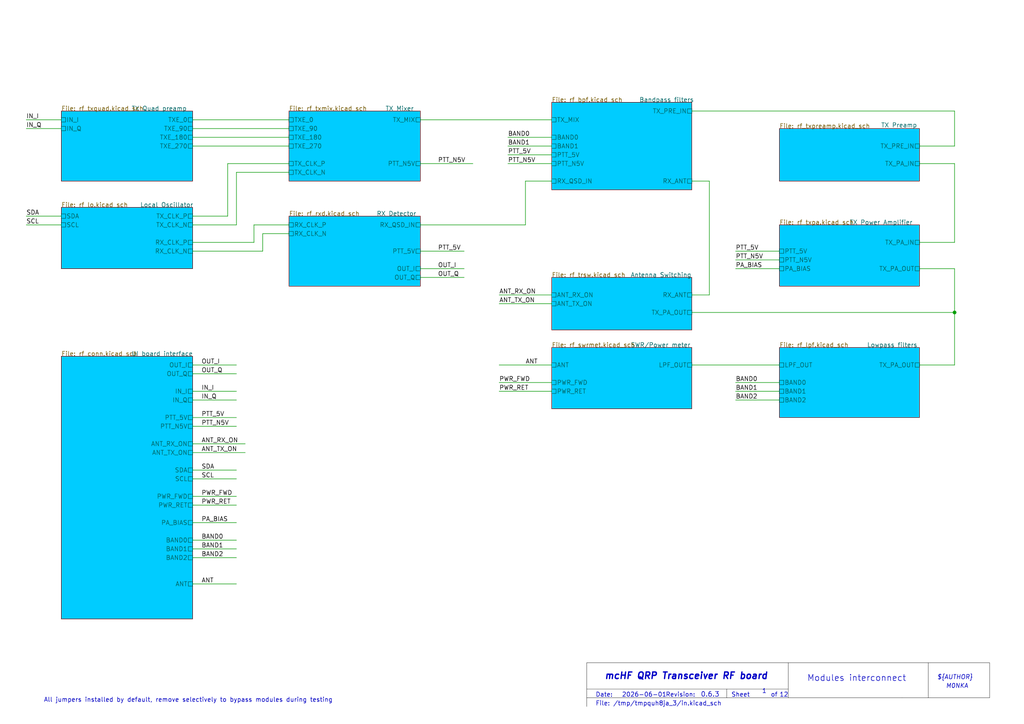
<source format=kicad_sch>
(kicad_sch
	(version 20231120)
	(generator "eeschema")
	(generator_version "8.0")
	(uuid "a1b3f9f8-c0a4-4050-a382-e461f772d39c")
	(paper "A4")
	(title_block
		(title "mcHF QRP Transceiver RF board")
		(rev "0.6.3")
		(company "M0NKA")
	)
	(lib_symbols)
	(junction
		(at 276.86 90.6272)
		(diameter 0)
		(color 0 0 0 0)
		(uuid "f986fd49-78ab-4bd6-97f7-1cc043b61ba4")
	)
	(wire
		(pts
			(xy 147.32 47.4472) (xy 160.02 47.4472)
		)
		(stroke
			(width 0)
			(type default)
		)
		(uuid "04c4397c-f1f1-46a1-8fa0-fe7528caa484")
	)
	(wire
		(pts
			(xy 213.36 116.0272) (xy 226.06 116.0272)
		)
		(stroke
			(width 0)
			(type default)
		)
		(uuid "054bca64-8337-43b3-bbc4-680c29ea691a")
	)
	(wire
		(pts
			(xy 121.92 72.8472) (xy 134.62 72.8472)
		)
		(stroke
			(width 0)
			(type default)
		)
		(uuid "05aa61f8-b383-4553-8402-cc82e09c286f")
	)
	(wire
		(pts
			(xy 144.78 113.4872) (xy 160.02 113.4872)
		)
		(stroke
			(width 0)
			(type default)
		)
		(uuid "06b0a7bb-9028-4017-a8ff-1b9cf6dc6dda")
	)
	(wire
		(pts
			(xy 121.92 34.7472) (xy 160.02 34.7472)
		)
		(stroke
			(width 0)
			(type default)
		)
		(uuid "06dcec04-47df-4a8d-a72a-2f243f4fe316")
	)
	(wire
		(pts
			(xy 55.88 39.8272) (xy 83.82 39.8272)
		)
		(stroke
			(width 0)
			(type default)
		)
		(uuid "13893000-939d-4594-aa85-a28364ac233b")
	)
	(wire
		(pts
			(xy 152.4 52.5272) (xy 152.4 65.2272)
		)
		(stroke
			(width 0)
			(type default)
		)
		(uuid "1607c298-e55f-4eeb-9f8d-41a000bb77e9")
	)
	(wire
		(pts
			(xy 160.02 52.5272) (xy 152.4 52.5272)
		)
		(stroke
			(width 0)
			(type default)
		)
		(uuid "1cdaba85-3056-4e42-9cf2-6381c5ffd016")
	)
	(wire
		(pts
			(xy 121.92 47.4472) (xy 137.16 47.4472)
		)
		(stroke
			(width 0)
			(type default)
		)
		(uuid "2175af88-7d4d-415a-b1c5-ab5739797375")
	)
	(wire
		(pts
			(xy 55.88 113.4872) (xy 68.58 113.4872)
		)
		(stroke
			(width 0)
			(type default)
		)
		(uuid "23f1b2c8-5321-4d1b-b18b-73588a357121")
	)
	(wire
		(pts
			(xy 68.58 49.9872) (xy 68.58 65.2272)
		)
		(stroke
			(width 0)
			(type default)
		)
		(uuid "242c2237-8cdd-4b2c-9e1c-bfa61d31d22d")
	)
	(wire
		(pts
			(xy 213.36 77.9272) (xy 226.06 77.9272)
		)
		(stroke
			(width 0)
			(type default)
		)
		(uuid "27ecbd0c-3d99-4741-a896-b95e572b2198")
	)
	(wire
		(pts
			(xy 205.74 85.5472) (xy 200.66 85.5472)
		)
		(stroke
			(width 0)
			(type default)
		)
		(uuid "2a94c50c-db3b-4cb4-970a-5d81df643d6a")
	)
	(wire
		(pts
			(xy 276.86 77.9272) (xy 276.86 90.6272)
		)
		(stroke
			(width 0)
			(type default)
		)
		(uuid "32f30e4a-e8b2-4861-8567-24783a0d2673")
	)
	(wire
		(pts
			(xy 147.32 39.8272) (xy 160.02 39.8272)
		)
		(stroke
			(width 0)
			(type default)
		)
		(uuid "38c3c5b3-088d-4228-87ae-e29165a33400")
	)
	(wire
		(pts
			(xy 55.88 146.5072) (xy 68.58 146.5072)
		)
		(stroke
			(width 0)
			(type default)
		)
		(uuid "3ab6a3aa-8bda-4ce1-8499-a92bd2907893")
	)
	(wire
		(pts
			(xy 55.88 161.7472) (xy 68.58 161.7472)
		)
		(stroke
			(width 0)
			(type default)
		)
		(uuid "3e925b73-4a84-4994-b6b2-9fdbe615b15f")
	)
	(wire
		(pts
			(xy 266.7 47.4472) (xy 276.86 47.4472)
		)
		(stroke
			(width 0)
			(type default)
		)
		(uuid "3f31fb23-a75e-4901-b456-fa1e368de9cb")
	)
	(wire
		(pts
			(xy 55.88 42.3672) (xy 83.82 42.3672)
		)
		(stroke
			(width 0)
			(type default)
		)
		(uuid "43a6d965-4293-4beb-a201-b268cf57e0cc")
	)
	(wire
		(pts
			(xy 55.88 121.1072) (xy 68.58 121.1072)
		)
		(stroke
			(width 0)
			(type default)
		)
		(uuid "50a5034e-3852-4e03-94e4-20974229555e")
	)
	(wire
		(pts
			(xy 76.2 72.8472) (xy 55.88 72.8472)
		)
		(stroke
			(width 0)
			(type default)
		)
		(uuid "51855e8f-9835-46cb-bb9c-5e1a23d56af2")
	)
	(wire
		(pts
			(xy 83.82 67.7672) (xy 76.2 67.7672)
		)
		(stroke
			(width 0)
			(type default)
		)
		(uuid "56f220cd-801b-471b-8e0a-5f9e6f60bdd4")
	)
	(polyline
		(pts
			(xy 269.24 192.2272) (xy 269.24 202.3872)
		)
		(stroke
			(width 0.0254)
			(type solid)
			(color 0 0 0 1)
		)
		(uuid "57bc0b88-24bc-4cb5-9e96-2eaacfcaf992")
	)
	(wire
		(pts
			(xy 55.88 62.6872) (xy 66.04 62.6872)
		)
		(stroke
			(width 0)
			(type default)
		)
		(uuid "581473a6-746a-4c65-9f6a-0dd4d0ecf359")
	)
	(wire
		(pts
			(xy 73.66 65.2272) (xy 83.82 65.2272)
		)
		(stroke
			(width 0)
			(type default)
		)
		(uuid "58e58330-fcb0-445d-9baf-38f553c52596")
	)
	(wire
		(pts
			(xy 276.86 32.2072) (xy 276.86 42.3672)
		)
		(stroke
			(width 0)
			(type default)
		)
		(uuid "6687dcc9-b453-42b7-a48e-847d29770559")
	)
	(wire
		(pts
			(xy 55.88 159.2072) (xy 68.58 159.2072)
		)
		(stroke
			(width 0)
			(type default)
		)
		(uuid "6973f34b-ef3f-4151-891e-be2eb203a57e")
	)
	(wire
		(pts
			(xy 55.88 131.2672) (xy 71.12 131.2672)
		)
		(stroke
			(width 0)
			(type default)
		)
		(uuid "6d230835-cf4c-476b-b690-e0114a6e95d6")
	)
	(wire
		(pts
			(xy 66.04 47.4472) (xy 83.82 47.4472)
		)
		(stroke
			(width 0)
			(type default)
		)
		(uuid "6da11b8c-b01a-457d-8864-6ade43ffcb5c")
	)
	(wire
		(pts
			(xy 276.86 42.3672) (xy 266.7 42.3672)
		)
		(stroke
			(width 0)
			(type default)
		)
		(uuid "70661ca2-4f83-427e-b2a8-24ff25488dd0")
	)
	(wire
		(pts
			(xy 144.78 105.8672) (xy 160.02 105.8672)
		)
		(stroke
			(width 0)
			(type default)
		)
		(uuid "72f0b876-ea2d-48fc-9a6f-053fae2da0b1")
	)
	(wire
		(pts
			(xy 7.62 34.7472) (xy 17.78 34.7472)
		)
		(stroke
			(width 0)
			(type default)
		)
		(uuid "748c3793-3823-495a-a08e-e55284786a8a")
	)
	(wire
		(pts
			(xy 55.88 105.8672) (xy 68.58 105.8672)
		)
		(stroke
			(width 0)
			(type default)
		)
		(uuid "7761170f-f892-443d-ab28-c2e437d71180")
	)
	(wire
		(pts
			(xy 55.88 143.9672) (xy 68.58 143.9672)
		)
		(stroke
			(width 0)
			(type default)
		)
		(uuid "7879370e-f8c4-4bab-8159-053bb3c0c286")
	)
	(polyline
		(pts
			(xy 287.02 202.3872) (xy 287.02 192.2272)
		)
		(stroke
			(width 0.0254)
			(type solid)
			(color 0 0 0 1)
		)
		(uuid "7b25a984-56d6-4632-b499-efb39844d04e")
	)
	(wire
		(pts
			(xy 200.66 52.5272) (xy 205.74 52.5272)
		)
		(stroke
			(width 0)
			(type default)
		)
		(uuid "7b9d93d6-f28a-4f3e-a06e-39857ba29847")
	)
	(wire
		(pts
			(xy 276.86 105.8672) (xy 266.7 105.8672)
		)
		(stroke
			(width 0)
			(type default)
		)
		(uuid "7ba45020-255c-451f-9c13-5b651ea421e9")
	)
	(wire
		(pts
			(xy 200.66 90.6272) (xy 276.86 90.6272)
		)
		(stroke
			(width 0)
			(type default)
		)
		(uuid "7f1f76f7-888d-47ce-9aba-3858f574e620")
	)
	(wire
		(pts
			(xy 213.36 113.4872) (xy 226.06 113.4872)
		)
		(stroke
			(width 0)
			(type default)
		)
		(uuid "80345f79-6b71-4a6c-ab1c-6faca8777f63")
	)
	(wire
		(pts
			(xy 144.78 110.9472) (xy 160.02 110.9472)
		)
		(stroke
			(width 0)
			(type default)
		)
		(uuid "80d26889-307c-473e-8ed1-20fa9862a497")
	)
	(polyline
		(pts
			(xy 261.62 202.3872) (xy 170.18 202.3872)
		)
		(stroke
			(width 0.0254)
			(type solid)
			(color 0 0 0 1)
		)
		(uuid "8388eccd-56f7-4c8a-8494-5c8ef669b0a7")
	)
	(wire
		(pts
			(xy 213.36 72.8472) (xy 226.06 72.8472)
		)
		(stroke
			(width 0)
			(type default)
		)
		(uuid "84a4139a-aab8-4988-b085-4334872dbaae")
	)
	(wire
		(pts
			(xy 55.88 34.7472) (xy 83.82 34.7472)
		)
		(stroke
			(width 0)
			(type default)
		)
		(uuid "85ae479c-300c-46a3-bad9-d9ef3e905084")
	)
	(wire
		(pts
			(xy 147.32 44.9072) (xy 160.02 44.9072)
		)
		(stroke
			(width 0)
			(type default)
		)
		(uuid "89e96032-1f04-4b85-bf31-bd9b50f792d5")
	)
	(polyline
		(pts
			(xy 170.18 199.8472) (xy 228.6 199.8472)
		)
		(stroke
			(width 0.0254)
			(type solid)
			(color 0 0 0 1)
		)
		(uuid "8d7ddef7-a03d-42a0-a8e3-497af3f7faa2")
	)
	(wire
		(pts
			(xy 55.88 37.2872) (xy 83.82 37.2872)
		)
		(stroke
			(width 0)
			(type default)
		)
		(uuid "93b15cd0-dd85-4ced-ab0f-928a3f707201")
	)
	(wire
		(pts
			(xy 55.88 151.5872) (xy 68.58 151.5872)
		)
		(stroke
			(width 0)
			(type default)
		)
		(uuid "978b7cef-3176-461f-b097-60f61561a92e")
	)
	(wire
		(pts
			(xy 213.36 75.3872) (xy 226.06 75.3872)
		)
		(stroke
			(width 0)
			(type default)
		)
		(uuid "9a548535-eb20-43fb-9e52-b94b439fa68d")
	)
	(wire
		(pts
			(xy 7.62 65.2272) (xy 17.78 65.2272)
		)
		(stroke
			(width 0)
			(type default)
		)
		(uuid "9a869231-7b35-4898-bbea-cb21c091afea")
	)
	(polyline
		(pts
			(xy 228.6 192.2272) (xy 228.6 202.3872)
		)
		(stroke
			(width 0.0254)
			(type solid)
			(color 0 0 0 1)
		)
		(uuid "9b44930a-30de-47bd-ab2f-575b8d09f066")
	)
	(wire
		(pts
			(xy 147.32 42.3672) (xy 160.02 42.3672)
		)
		(stroke
			(width 0)
			(type default)
		)
		(uuid "9d91122f-b2fc-4943-a14f-4cfe66f7c985")
	)
	(wire
		(pts
			(xy 152.4 65.2272) (xy 121.92 65.2272)
		)
		(stroke
			(width 0)
			(type default)
		)
		(uuid "a17352c4-8ff4-45c2-960c-9b8a247bd464")
	)
	(wire
		(pts
			(xy 66.04 62.6872) (xy 66.04 47.4472)
		)
		(stroke
			(width 0)
			(type default)
		)
		(uuid "a20920a2-4c36-4052-b339-9a0c1873a064")
	)
	(wire
		(pts
			(xy 55.88 138.8872) (xy 68.58 138.8872)
		)
		(stroke
			(width 0)
			(type default)
		)
		(uuid "a22d2158-adc9-4056-875b-453dcdf41b5f")
	)
	(polyline
		(pts
			(xy 287.02 192.2272) (xy 170.18 192.2272)
		)
		(stroke
			(width 0.0254)
			(type solid)
			(color 0 0 0 1)
		)
		(uuid "a2880c74-9b6c-4e27-a6ff-c14f75f979b1")
	)
	(wire
		(pts
			(xy 144.78 88.0872) (xy 160.02 88.0872)
		)
		(stroke
			(width 0)
			(type default)
		)
		(uuid "a4652e74-5e0a-4b74-8edd-43d7582f540d")
	)
	(wire
		(pts
			(xy 83.82 49.9872) (xy 68.58 49.9872)
		)
		(stroke
			(width 0)
			(type default)
		)
		(uuid "a5c2c0e4-1ed0-4f81-9f00-a6d73b8645fb")
	)
	(wire
		(pts
			(xy 276.86 70.3072) (xy 266.7 70.3072)
		)
		(stroke
			(width 0)
			(type default)
		)
		(uuid "a63826b4-85f6-42ae-98c1-0880108978a6")
	)
	(polyline
		(pts
			(xy 210.82 199.8472) (xy 210.82 202.3872)
		)
		(stroke
			(width 0.0254)
			(type solid)
			(color 0 0 0 1)
		)
		(uuid "ad713ccd-5b65-48ff-8dd3-07e42ab870d9")
	)
	(polyline
		(pts
			(xy 170.18 192.2272) (xy 170.18 204.9272)
		)
		(stroke
			(width 0.0254)
			(type solid)
			(color 0 0 0 1)
		)
		(uuid "af4193e8-2fe8-4bc5-8b9f-a3d83f05c51f")
	)
	(wire
		(pts
			(xy 7.62 37.2872) (xy 17.78 37.2872)
		)
		(stroke
			(width 0)
			(type default)
		)
		(uuid "b0223e79-41c0-4ae2-a2e8-5c67917df85e")
	)
	(wire
		(pts
			(xy 68.58 65.2272) (xy 55.88 65.2272)
		)
		(stroke
			(width 0)
			(type default)
		)
		(uuid "b1c80c59-6e68-4b7c-80ed-fb76f41e1247")
	)
	(wire
		(pts
			(xy 55.88 156.6672) (xy 68.58 156.6672)
		)
		(stroke
			(width 0)
			(type default)
		)
		(uuid "b20339d2-5177-4c7f-95ac-3bd1fff88acb")
	)
	(wire
		(pts
			(xy 205.74 52.5272) (xy 205.74 85.5472)
		)
		(stroke
			(width 0)
			(type default)
		)
		(uuid "b57b685a-da53-4b54-886f-718d5f5c4316")
	)
	(wire
		(pts
			(xy 55.88 136.3472) (xy 68.58 136.3472)
		)
		(stroke
			(width 0)
			(type default)
		)
		(uuid "babc71c1-0dce-4431-9866-5b6eeee68f75")
	)
	(wire
		(pts
			(xy 276.86 47.4472) (xy 276.86 70.3072)
		)
		(stroke
			(width 0)
			(type default)
		)
		(uuid "bad6bd30-c628-4fca-8f24-5eb380aa581a")
	)
	(polyline
		(pts
			(xy 261.62 202.3872) (xy 287.02 202.3872)
		)
		(stroke
			(width 0.0254)
			(type solid)
			(color 0 0 0 1)
		)
		(uuid "bae7aee8-6e0d-46b1-b110-fcf451b9319a")
	)
	(wire
		(pts
			(xy 55.88 128.7272) (xy 71.12 128.7272)
		)
		(stroke
			(width 0)
			(type default)
		)
		(uuid "bc5f87c4-9cd1-4bd1-9f20-0ac9a2f41872")
	)
	(wire
		(pts
			(xy 200.66 32.2072) (xy 276.86 32.2072)
		)
		(stroke
			(width 0)
			(type default)
		)
		(uuid "bd0abe19-92bc-4404-ba79-543ec1cb0483")
	)
	(wire
		(pts
			(xy 276.86 90.6272) (xy 276.86 105.8672)
		)
		(stroke
			(width 0)
			(type default)
		)
		(uuid "c7714315-b7f7-4a7e-874d-d201d4019519")
	)
	(wire
		(pts
			(xy 55.88 116.0272) (xy 68.58 116.0272)
		)
		(stroke
			(width 0)
			(type default)
		)
		(uuid "c96c5aa5-cab3-4e1b-9348-6dc2bd228f57")
	)
	(wire
		(pts
			(xy 73.66 70.3072) (xy 73.66 65.2272)
		)
		(stroke
			(width 0)
			(type default)
		)
		(uuid "cd36d8c6-31cd-4068-ae2d-8df4e05224cd")
	)
	(wire
		(pts
			(xy 200.66 105.8672) (xy 226.06 105.8672)
		)
		(stroke
			(width 0)
			(type default)
		)
		(uuid "d17f442a-f2ad-41cd-884f-283f7d94d6d2")
	)
	(wire
		(pts
			(xy 55.88 123.6472) (xy 68.58 123.6472)
		)
		(stroke
			(width 0)
			(type default)
		)
		(uuid "d20aaeeb-5ed7-41af-a64c-36e92e69d9b2")
	)
	(wire
		(pts
			(xy 55.88 169.3672) (xy 68.58 169.3672)
		)
		(stroke
			(width 0)
			(type default)
		)
		(uuid "d48c0793-46d3-4655-89cd-4c452bcda74f")
	)
	(wire
		(pts
			(xy 266.7 77.9272) (xy 276.86 77.9272)
		)
		(stroke
			(width 0)
			(type default)
		)
		(uuid "de36131c-eba4-4a6b-be85-d92a45732a54")
	)
	(wire
		(pts
			(xy 144.78 85.5472) (xy 160.02 85.5472)
		)
		(stroke
			(width 0)
			(type default)
		)
		(uuid "def8a905-4e91-4cb8-af79-1c7c64b40537")
	)
	(wire
		(pts
			(xy 55.88 70.3072) (xy 73.66 70.3072)
		)
		(stroke
			(width 0)
			(type default)
		)
		(uuid "ece75bd4-04e1-42f5-a260-d17a5e7016dd")
	)
	(wire
		(pts
			(xy 121.92 80.4672) (xy 134.62 80.4672)
		)
		(stroke
			(width 0)
			(type default)
		)
		(uuid "f01f7f90-4021-4af6-8133-9db8ce8bc77c")
	)
	(wire
		(pts
			(xy 55.88 108.4072) (xy 68.58 108.4072)
		)
		(stroke
			(width 0)
			(type default)
		)
		(uuid "f35fd380-2358-410b-baa5-009a716da4fa")
	)
	(wire
		(pts
			(xy 121.92 77.9272) (xy 134.62 77.9272)
		)
		(stroke
			(width 0)
			(type default)
		)
		(uuid "f62d3fbe-bf04-4d0f-805d-c0c7c28d3789")
	)
	(wire
		(pts
			(xy 76.2 67.7672) (xy 76.2 72.8472)
		)
		(stroke
			(width 0)
			(type default)
		)
		(uuid "f68df1fc-1bff-4e8f-a5c1-0b53619b51c0")
	)
	(wire
		(pts
			(xy 213.36 110.9472) (xy 226.06 110.9472)
		)
		(stroke
			(width 0)
			(type default)
		)
		(uuid "f7964033-c5bc-4fb9-9b6d-43d82f258d67")
	)
	(wire
		(pts
			(xy 7.62 62.6872) (xy 17.78 62.6872)
		)
		(stroke
			(width 0)
			(type default)
		)
		(uuid "fe2a80bd-19f7-4172-be0a-bfd0fb8ce283")
	)
	(text "of"
		(exclude_from_sim no)
		(at 223.52 202.3872 0)
		(effects
			(font
				(size 1.27 1.27)
			)
			(justify left bottom)
		)
		(uuid "03906b6d-ec0a-4802-9731-6a62b0fd4747")
	)
	(text "Date:"
		(exclude_from_sim no)
		(at 172.72 202.3872 0)
		(effects
			(font
				(size 1.27 1.27)
			)
			(justify left bottom)
		)
		(uuid "060f1b87-e711-4c6c-b183-66b9aa5464b1")
	)
	(text "${##}"
		(exclude_from_sim no)
		(at 226.06 202.3872 0)
		(effects
			(font
				(size 1.27 1.27)
			)
			(justify left bottom)
		)
		(uuid "1aabcb1f-d49b-4e7f-b2ba-68f0349afb3b")
	)
	(text "1"
		(exclude_from_sim no)
		(at 220.98 199.8472 0)
		(effects
			(font
				(size 1.27 1.27)
			)
			(justify left top)
		)
		(uuid "21b23bb3-852b-40ad-9572-0605f26f6965")
	)
	(text "${REVISION}"
		(exclude_from_sim no)
		(at 203.2 202.3872 0)
		(effects
			(font
				(size 1.397 1.397)
			)
			(justify left bottom)
		)
		(uuid "36eb053a-66ba-42d6-9ca8-3ca026866d3c")
	)
	(text "Revision:"
		(exclude_from_sim no)
		(at 193.04 202.3872 0)
		(effects
			(font
				(size 1.27 1.27)
			)
			(justify left bottom)
		)
		(uuid "3a41051a-cbca-42ab-bfb3-60ab0d08a03e")
	)
	(text "${COMPANY}"
		(exclude_from_sim no)
		(at 274.32 199.8472 0)
		(effects
			(font
				(size 1.27 1.27)
				(italic yes)
			)
			(justify left bottom)
		)
		(uuid "5e782cac-4f19-4d9c-aeb0-4ccc69aedc0c")
	)
	(text "Modules interconnect"
		(exclude_from_sim no)
		(at 262.89 195.7832 0)
		(effects
			(font
				(size 1.778 1.778)
			)
			(justify right top)
		)
		(uuid "6a25299d-c3e0-4d9c-a510-27a7f7104ce1")
	)
	(text "${TITLE}"
		(exclude_from_sim no)
		(at 175.26 197.3072 0)
		(effects
			(font
				(size 1.905 1.905)
				(thickness 0.381)
				(bold yes)
				(italic yes)
			)
			(justify left bottom)
		)
		(uuid "6da87f64-7d44-40f2-bd6a-8d55368a6403")
	)
	(text "Sheet"
		(exclude_from_sim no)
		(at 212.09 202.3872 0)
		(effects
			(font
				(size 1.27 1.27)
			)
			(justify left bottom)
		)
		(uuid "826110dc-5483-4646-83c3-66b802771dcb")
	)
	(text "File:"
		(exclude_from_sim no)
		(at 172.72 204.9272 0)
		(effects
			(font
				(size 1.27 1.27)
			)
			(justify left bottom)
		)
		(uuid "8e612fa9-e4b0-4ee5-b16b-231c38d5e56c")
	)
	(text "${CURRENT_DATE}"
		(exclude_from_sim no)
		(at 180.34 202.3872 0)
		(effects
			(font
				(size 1.27 1.27)
			)
			(justify left bottom)
		)
		(uuid "97b3a4dd-2bbc-4c3d-81f1-70682b401bc9")
	)
	(text "All jumpers installed by default, remove selectively to bypass modules during testing"
		(exclude_from_sim no)
		(at 96.52 202.3872 0)
		(effects
			(font
				(size 1.27 1.27)
			)
			(justify right top)
		)
		(uuid "abf21fdf-9141-45d6-b7f1-97d00ffd947c")
	)
	(text "${AUTHOR}"
		(exclude_from_sim no)
		(at 271.78 197.3072 0)
		(effects
			(font
				(size 1.27 1.27)
				(italic yes)
			)
			(justify left bottom)
		)
		(uuid "b8ddc154-b916-4519-b21d-90ba1b19f9a2")
	)
	(text "${FILEPATH}"
		(exclude_from_sim no)
		(at 177.8 204.9272 0)
		(effects
			(font
				(size 1.27 1.27)
			)
			(justify left bottom)
		)
		(uuid "e07fa92f-57ad-40fc-9c0c-e3cebd3b9863")
	)
	(label "ANT_TX_ON"
		(at 58.42 131.2672 0)
		(fields_autoplaced yes)
		(effects
			(font
				(size 1.27 1.27)
			)
			(justify left bottom)
		)
		(uuid "028705db-f612-4531-bf1f-ca0891cf1e13")
	)
	(label "OUT_I"
		(at 58.42 105.8672 0)
		(fields_autoplaced yes)
		(effects
			(font
				(size 1.27 1.27)
			)
			(justify left bottom)
		)
		(uuid "142fae05-1a84-402e-9f00-7673ffa6796c")
	)
	(label "ANT_RX_ON"
		(at 58.42 128.7272 0)
		(fields_autoplaced yes)
		(effects
			(font
				(size 1.27 1.27)
			)
			(justify left bottom)
		)
		(uuid "19ec93d6-a726-4ac0-8dfe-f4873aae858e")
	)
	(label "PWR_RET"
		(at 58.42 146.5072 0)
		(fields_autoplaced yes)
		(effects
			(font
				(size 1.27 1.27)
			)
			(justify left bottom)
		)
		(uuid "1a4e9194-d3b4-4d75-b36e-d39d3b4737db")
	)
	(label "PTT_5V"
		(at 58.42 121.1072 0)
		(fields_autoplaced yes)
		(effects
			(font
				(size 1.27 1.27)
			)
			(justify left bottom)
		)
		(uuid "27319324-8095-4a0c-9f63-66c4dfecf0c2")
	)
	(label "PA_BIAS"
		(at 213.36 77.9272 0)
		(fields_autoplaced yes)
		(effects
			(font
				(size 1.27 1.27)
			)
			(justify left bottom)
		)
		(uuid "2c2e4672-a645-472f-a565-0e5b55e30635")
	)
	(label "IN_Q"
		(at 58.42 116.0272 0)
		(fields_autoplaced yes)
		(effects
			(font
				(size 1.27 1.27)
			)
			(justify left bottom)
		)
		(uuid "3dcc69fc-979f-4465-b5a0-dc67db796b47")
	)
	(label "PTT_5V"
		(at 147.32 44.9072 0)
		(fields_autoplaced yes)
		(effects
			(font
				(size 1.27 1.27)
			)
			(justify left bottom)
		)
		(uuid "3e70fbaa-0419-4b1d-bf69-d19895c7d023")
	)
	(label "ANT"
		(at 152.4 105.8672 0)
		(fields_autoplaced yes)
		(effects
			(font
				(size 1.27 1.27)
			)
			(justify left bottom)
		)
		(uuid "439d18f9-4166-4cf1-9e3a-3113765162d8")
	)
	(label "PTT_N5V"
		(at 127 47.4472 0)
		(fields_autoplaced yes)
		(effects
			(font
				(size 1.27 1.27)
			)
			(justify left bottom)
		)
		(uuid "4cb22c5d-ba9f-495a-8a28-cdea93390a31")
	)
	(label "BAND0"
		(at 213.36 110.9472 0)
		(fields_autoplaced yes)
		(effects
			(font
				(size 1.27 1.27)
			)
			(justify left bottom)
		)
		(uuid "4cbc6653-15a2-4ba5-bd43-98da10e6d817")
	)
	(label "PTT_N5V"
		(at 213.36 75.3872 0)
		(fields_autoplaced yes)
		(effects
			(font
				(size 1.27 1.27)
			)
			(justify left bottom)
		)
		(uuid "59d4349b-4496-4f8c-9436-1c3309bb8570")
	)
	(label "BAND1"
		(at 147.32 42.3672 0)
		(fields_autoplaced yes)
		(effects
			(font
				(size 1.27 1.27)
			)
			(justify left bottom)
		)
		(uuid "5ba329ca-8582-4452-9c9a-87082fe555ef")
	)
	(label "OUT_Q"
		(at 127 80.4672 0)
		(fields_autoplaced yes)
		(effects
			(font
				(size 1.27 1.27)
			)
			(justify left bottom)
		)
		(uuid "5f7e2ee6-5099-4a0e-9237-845e455fa95d")
	)
	(label "PWR_FWD"
		(at 144.78 110.9472 0)
		(fields_autoplaced yes)
		(effects
			(font
				(size 1.27 1.27)
			)
			(justify left bottom)
		)
		(uuid "66459ae0-bb08-4dda-bd6b-9d1c807f0537")
	)
	(label "BAND1"
		(at 58.42 159.2072 0)
		(fields_autoplaced yes)
		(effects
			(font
				(size 1.27 1.27)
			)
			(justify left bottom)
		)
		(uuid "693419d0-8eeb-4c66-b8b7-00a49889ee2f")
	)
	(label "PTT_N5V"
		(at 147.32 47.4472 0)
		(fields_autoplaced yes)
		(effects
			(font
				(size 1.27 1.27)
			)
			(justify left bottom)
		)
		(uuid "747596c2-960b-4a94-8c56-be5be96b4db4")
	)
	(label "IN_I"
		(at 7.62 34.7472 0)
		(fields_autoplaced yes)
		(effects
			(font
				(size 1.27 1.27)
			)
			(justify left bottom)
		)
		(uuid "77d559c4-336c-4299-a578-09733649de86")
	)
	(label "IN_I"
		(at 58.42 113.4872 0)
		(fields_autoplaced yes)
		(effects
			(font
				(size 1.27 1.27)
			)
			(justify left bottom)
		)
		(uuid "7bccb72e-76da-4e55-bd09-ec4387d3cb85")
	)
	(label "ANT_TX_ON"
		(at 144.78 88.0872 0)
		(fields_autoplaced yes)
		(effects
			(font
				(size 1.27 1.27)
			)
			(justify left bottom)
		)
		(uuid "8185c215-3031-4aa2-b49a-c118b829e9ea")
	)
	(label "ANT_RX_ON"
		(at 144.78 85.5472 0)
		(fields_autoplaced yes)
		(effects
			(font
				(size 1.27 1.27)
			)
			(justify left bottom)
		)
		(uuid "8ff09602-c0ed-41fb-877f-0bd070bd9842")
	)
	(label "PTT_5V"
		(at 127 72.8472 0)
		(fields_autoplaced yes)
		(effects
			(font
				(size 1.27 1.27)
			)
			(justify left bottom)
		)
		(uuid "9259c560-bc2e-44fe-9b86-426639cd789d")
	)
	(label "PA_BIAS"
		(at 58.42 151.5872 0)
		(fields_autoplaced yes)
		(effects
			(font
				(size 1.27 1.27)
			)
			(justify left bottom)
		)
		(uuid "931057e7-993f-4b1f-b448-5f16ce16d16d")
	)
	(label "BAND2"
		(at 213.36 116.0272 0)
		(fields_autoplaced yes)
		(effects
			(font
				(size 1.27 1.27)
			)
			(justify left bottom)
		)
		(uuid "9c666d1d-1d6b-4bd9-98cb-7d1193ade70a")
	)
	(label "OUT_Q"
		(at 58.42 108.4072 0)
		(fields_autoplaced yes)
		(effects
			(font
				(size 1.27 1.27)
			)
			(justify left bottom)
		)
		(uuid "9c6c5cbc-68dc-4e78-81e8-a05316accbc0")
	)
	(label "BAND2"
		(at 58.42 161.7472 0)
		(fields_autoplaced yes)
		(effects
			(font
				(size 1.27 1.27)
			)
			(justify left bottom)
		)
		(uuid "a226b5c3-e7eb-416a-9021-6332291151ab")
	)
	(label "SCL"
		(at 58.42 138.8872 0)
		(fields_autoplaced yes)
		(effects
			(font
				(size 1.27 1.27)
			)
			(justify left bottom)
		)
		(uuid "a6970e88-fcd5-4025-970e-f688d3920685")
	)
	(label "OUT_I"
		(at 127 77.9272 0)
		(fields_autoplaced yes)
		(effects
			(font
				(size 1.27 1.27)
			)
			(justify left bottom)
		)
		(uuid "b2226d5f-d6fe-4a07-bfc4-8a9f11bda9d9")
	)
	(label "BAND0"
		(at 147.32 39.8272 0)
		(fields_autoplaced yes)
		(effects
			(font
				(size 1.27 1.27)
			)
			(justify left bottom)
		)
		(uuid "b6d168bf-df31-4ae1-ac35-cf9c5dc71889")
	)
	(label "PTT_5V"
		(at 213.36 72.8472 0)
		(fields_autoplaced yes)
		(effects
			(font
				(size 1.27 1.27)
			)
			(justify left bottom)
		)
		(uuid "bbf8351f-cde5-4ab4-9f45-d80838eea2de")
	)
	(label "PWR_FWD"
		(at 58.42 143.9672 0)
		(fields_autoplaced yes)
		(effects
			(font
				(size 1.27 1.27)
			)
			(justify left bottom)
		)
		(uuid "c3f732bd-cf56-410c-92f0-cbc8981e5a9d")
	)
	(label "SCL"
		(at 7.62 65.2272 0)
		(fields_autoplaced yes)
		(effects
			(font
				(size 1.27 1.27)
			)
			(justify left bottom)
		)
		(uuid "c48d1ce3-2e59-4ae0-ac14-f6306e99258a")
	)
	(label "ANT"
		(at 58.42 169.3672 0)
		(fields_autoplaced yes)
		(effects
			(font
				(size 1.27 1.27)
			)
			(justify left bottom)
		)
		(uuid "c91ce401-9f5d-47ac-ad6a-bd0d19528e79")
	)
	(label "SDA"
		(at 58.42 136.3472 0)
		(fields_autoplaced yes)
		(effects
			(font
				(size 1.27 1.27)
			)
			(justify left bottom)
		)
		(uuid "ca337d5b-417c-4357-8f5f-d268633d56c0")
	)
	(label "BAND1"
		(at 213.36 113.4872 0)
		(fields_autoplaced yes)
		(effects
			(font
				(size 1.27 1.27)
			)
			(justify left bottom)
		)
		(uuid "d17d558b-6b4b-4ac6-a314-f4c526d9b799")
	)
	(label "PWR_RET"
		(at 144.78 113.4872 0)
		(fields_autoplaced yes)
		(effects
			(font
				(size 1.27 1.27)
			)
			(justify left bottom)
		)
		(uuid "dd469b02-a0af-408b-8b97-70e7bed8dc3b")
	)
	(label "PTT_N5V"
		(at 58.42 123.6472 0)
		(fields_autoplaced yes)
		(effects
			(font
				(size 1.27 1.27)
			)
			(justify left bottom)
		)
		(uuid "e5fbcd33-6aa6-465a-ab7e-dbec246ca970")
	)
	(label "IN_Q"
		(at 7.62 37.2872 0)
		(fields_autoplaced yes)
		(effects
			(font
				(size 1.27 1.27)
			)
			(justify left bottom)
		)
		(uuid "e79cd33f-4484-41a1-b7d1-38704bfbd795")
	)
	(label "BAND0"
		(at 58.42 156.6672 0)
		(fields_autoplaced yes)
		(effects
			(font
				(size 1.27 1.27)
			)
			(justify left bottom)
		)
		(uuid "ebfcf92d-2831-49cc-9d1e-1ba4f8e7a784")
	)
	(label "SDA"
		(at 7.62 62.6872 0)
		(fields_autoplaced yes)
		(effects
			(font
				(size 1.27 1.27)
			)
			(justify left bottom)
		)
		(uuid "f871c181-1a6a-446b-8371-d1eed89e225a")
	)
	(sheet
		(at 83.82 62.6872)
		(size 38.1 20.32)
		(fields_autoplaced yes)
		(stroke
			(width 0)
			(type solid)
			(color 128 0 0 1)
		)
		(fill
			(color 0 204 255 1.0000)
		)
		(uuid "1c35d8f2-e6fe-40d7-b603-a62cf11ad481")
		(property "Sheetname" "RX Detector"
			(at 109.22 62.6872 0)
			(effects
				(font
					(size 1.27 1.27)
				)
				(justify left bottom)
			)
		)
		(property "Sheetfile" "rf_rxd.kicad_sch"
			(at 83.82 62.6872 0)
			(effects
				(font
					(size 1.27 1.27)
				)
				(justify left bottom)
			)
		)
		(pin "RX_QSD_IN" passive
			(at 121.92 65.2272 0)
			(effects
				(font
					(size 1.27 1.27)
				)
				(justify right)
			)
			(uuid "ee018f69-5667-4c89-aed0-059d28571225")
		)
		(pin "OUT_I" passive
			(at 121.92 77.9272 0)
			(effects
				(font
					(size 1.27 1.27)
				)
				(justify right)
			)
			(uuid "8d2c863e-ec2a-469b-af8a-5adfae75145f")
		)
		(pin "OUT_Q" passive
			(at 121.92 80.4672 0)
			(effects
				(font
					(size 1.27 1.27)
				)
				(justify right)
			)
			(uuid "9a860c6f-e9c9-4cad-a588-0b218b01ec78")
		)
		(pin "PTT_5V" passive
			(at 121.92 72.8472 0)
			(effects
				(font
					(size 1.27 1.27)
				)
				(justify right)
			)
			(uuid "c64d5f65-accb-48ca-90b4-b1bbf4e9d800")
		)
		(pin "RX_CLK_N" passive
			(at 83.82 67.7672 180)
			(effects
				(font
					(size 1.27 1.27)
				)
				(justify left)
			)
			(uuid "8109fb5a-0ef9-4870-a1bd-b858648af256")
		)
		(pin "RX_CLK_P" passive
			(at 83.82 65.2272 180)
			(effects
				(font
					(size 1.27 1.27)
				)
				(justify left)
			)
			(uuid "4dd12f7a-5064-41b5-9b8a-1e75cdcd5b12")
		)
		(instances
			(project "rf_main"
				(path "/a1b3f9f8-c0a4-4050-a382-e461f772d39c"
					(page "6")
				)
			)
		)
	)
	(sheet
		(at 17.78 103.3272)
		(size 38.1 76.2)
		(fields_autoplaced yes)
		(stroke
			(width 0)
			(type solid)
			(color 128 0 0 1)
		)
		(fill
			(color 0 204 255 1.0000)
		)
		(uuid "29ee8d53-8272-412d-a0b2-894aae55c08b")
		(property "Sheetname" "UI board interface"
			(at 38.1 103.3272 0)
			(effects
				(font
					(size 1.27 1.27)
				)
				(justify left bottom)
			)
		)
		(property "Sheetfile" "rf_conn.kicad_sch"
			(at 17.78 103.3272 0)
			(effects
				(font
					(size 1.27 1.27)
				)
				(justify left bottom)
			)
		)
		(pin "OUT_I" passive
			(at 55.88 105.8672 0)
			(effects
				(font
					(size 1.27 1.27)
				)
				(justify right)
			)
			(uuid "55ec81f7-797b-4feb-a1c8-f2975458aa37")
		)
		(pin "OUT_Q" passive
			(at 55.88 108.4072 0)
			(effects
				(font
					(size 1.27 1.27)
				)
				(justify right)
			)
			(uuid "11d39688-55d9-4351-91b9-7d15d8142159")
		)
		(pin "IN_I" passive
			(at 55.88 113.4872 0)
			(effects
				(font
					(size 1.27 1.27)
				)
				(justify right)
			)
			(uuid "5c08cd59-2d53-438e-abb8-3f002c9177a2")
		)
		(pin "IN_Q" passive
			(at 55.88 116.0272 0)
			(effects
				(font
					(size 1.27 1.27)
				)
				(justify right)
			)
			(uuid "e3641fc1-a718-4d9f-b4b1-b65daedb700a")
		)
		(pin "PTT_5V" passive
			(at 55.88 121.1072 0)
			(effects
				(font
					(size 1.27 1.27)
				)
				(justify right)
			)
			(uuid "1579664f-fa04-4031-bd81-237bbc8d84ef")
		)
		(pin "PTT_N5V" passive
			(at 55.88 123.6472 0)
			(effects
				(font
					(size 1.27 1.27)
				)
				(justify right)
			)
			(uuid "56451805-be3b-466c-ade2-c82113098e8a")
		)
		(pin "SDA" passive
			(at 55.88 136.3472 0)
			(effects
				(font
					(size 1.27 1.27)
				)
				(justify right)
			)
			(uuid "428cf5b5-e920-4938-9a7d-dd09d9c2c6a3")
		)
		(pin "SCL" passive
			(at 55.88 138.8872 0)
			(effects
				(font
					(size 1.27 1.27)
				)
				(justify right)
			)
			(uuid "0413af28-c873-482e-a335-b0467484ee35")
		)
		(pin "PWR_FWD" passive
			(at 55.88 143.9672 0)
			(effects
				(font
					(size 1.27 1.27)
				)
				(justify right)
			)
			(uuid "8e5c907a-4e30-41a3-b13a-024d2c4e377b")
		)
		(pin "PWR_RET" passive
			(at 55.88 146.5072 0)
			(effects
				(font
					(size 1.27 1.27)
				)
				(justify right)
			)
			(uuid "a924fbdd-f9d6-4565-89ef-3f411c6687d6")
		)
		(pin "PA_BIAS" passive
			(at 55.88 151.5872 0)
			(effects
				(font
					(size 1.27 1.27)
				)
				(justify right)
			)
			(uuid "5e47cbb5-06f2-439d-8ddc-e00eb8e48e55")
		)
		(pin "BAND0" passive
			(at 55.88 156.6672 0)
			(effects
				(font
					(size 1.27 1.27)
				)
				(justify right)
			)
			(uuid "b1643c26-a4a8-4f1c-be96-d8ae473466b0")
		)
		(pin "BAND1" passive
			(at 55.88 159.2072 0)
			(effects
				(font
					(size 1.27 1.27)
				)
				(justify right)
			)
			(uuid "9fa36eb3-3429-409a-b1e6-d98e55db8131")
		)
		(pin "ANT" passive
			(at 55.88 169.3672 0)
			(effects
				(font
					(size 1.27 1.27)
				)
				(justify right)
			)
			(uuid "ff12ae96-5c59-4f96-a24a-623012f8d726")
		)
		(pin "BAND2" passive
			(at 55.88 161.7472 0)
			(effects
				(font
					(size 1.27 1.27)
				)
				(justify right)
			)
			(uuid "09263661-9be4-40ba-965d-c98a98ac7cbf")
		)
		(pin "ANT_RX_ON" passive
			(at 55.88 128.7272 0)
			(effects
				(font
					(size 1.27 1.27)
				)
				(justify right)
			)
			(uuid "d51ea4ea-becb-41a6-8fb5-0ed753a08d68")
		)
		(pin "ANT_TX_ON" passive
			(at 55.88 131.2672 0)
			(effects
				(font
					(size 1.27 1.27)
				)
				(justify right)
			)
			(uuid "645095b6-3768-4607-95d4-19129e68350b")
		)
		(instances
			(project "rf_main"
				(path "/a1b3f9f8-c0a4-4050-a382-e461f772d39c"
					(page "3")
				)
			)
		)
	)
	(sheet
		(at 160.02 29.6672)
		(size 40.64 25.4)
		(fields_autoplaced yes)
		(stroke
			(width 0)
			(type solid)
			(color 128 0 0 1)
		)
		(fill
			(color 0 204 255 1.0000)
		)
		(uuid "2eee4474-83e3-48e7-99a4-e94f1466c66d")
		(property "Sheetname" "Bandpass filters"
			(at 185.42 29.6672 0)
			(effects
				(font
					(size 1.27 1.27)
				)
				(justify left bottom)
			)
		)
		(property "Sheetfile" "rf_bpf.kicad_sch"
			(at 160.02 29.6672 0)
			(effects
				(font
					(size 1.27 1.27)
				)
				(justify left bottom)
			)
		)
		(pin "RX_QSD_IN" passive
			(at 160.02 52.5272 180)
			(effects
				(font
					(size 1.27 1.27)
				)
				(justify left)
			)
			(uuid "8ba62d97-36ea-4f63-8640-9c0e78533409")
		)
		(pin "BAND0" passive
			(at 160.02 39.8272 180)
			(effects
				(font
					(size 1.27 1.27)
				)
				(justify left)
			)
			(uuid "a3d30839-5721-4fb4-a69f-0329313d0a00")
		)
		(pin "BAND1" passive
			(at 160.02 42.3672 180)
			(effects
				(font
					(size 1.27 1.27)
				)
				(justify left)
			)
			(uuid "25e6b711-763c-430a-a711-e6f6a03c8c55")
		)
		(pin "PTT_5V" passive
			(at 160.02 44.9072 180)
			(effects
				(font
					(size 1.27 1.27)
				)
				(justify left)
			)
			(uuid "f05623c2-172f-430c-9eeb-d04f1b73224b")
		)
		(pin "RX_ANT" passive
			(at 200.66 52.5272 0)
			(effects
				(font
					(size 1.27 1.27)
				)
				(justify right)
			)
			(uuid "8f4e04a6-9608-4d9f-92c9-ea512ad6288b")
		)
		(pin "TX_MIX" passive
			(at 160.02 34.7472 180)
			(effects
				(font
					(size 1.27 1.27)
				)
				(justify left)
			)
			(uuid "fe5fe524-58b1-4ab6-a82e-812cc85ca234")
		)
		(pin "TX_PRE_IN" passive
			(at 200.66 32.2072 0)
			(effects
				(font
					(size 1.27 1.27)
				)
				(justify right)
			)
			(uuid "fc03458e-6b16-4e29-8001-a54738da2697")
		)
		(pin "PTT_N5V" passive
			(at 160.02 47.4472 180)
			(effects
				(font
					(size 1.27 1.27)
				)
				(justify left)
			)
			(uuid "ae69670b-b639-44f1-a494-0ae3fad03c94")
		)
		(instances
			(project "rf_main"
				(path "/a1b3f9f8-c0a4-4050-a382-e461f772d39c"
					(page "2")
				)
			)
		)
	)
	(sheet
		(at 160.02 100.7872)
		(size 40.64 17.78)
		(fields_autoplaced yes)
		(stroke
			(width 0)
			(type solid)
			(color 128 0 0 1)
		)
		(fill
			(color 0 204 255 1.0000)
		)
		(uuid "3b5b5153-8264-49dd-8e95-95b8b5b9dba9")
		(property "Sheetname" "SWR/Power meter"
			(at 182.88 100.7872 0)
			(effects
				(font
					(size 1.27 1.27)
				)
				(justify left bottom)
			)
		)
		(property "Sheetfile" "rf_swrmet.kicad_sch"
			(at 160.02 100.7872 0)
			(effects
				(font
					(size 1.27 1.27)
				)
				(justify left bottom)
			)
		)
		(pin "ANT" passive
			(at 160.02 105.8672 180)
			(effects
				(font
					(size 1.27 1.27)
				)
				(justify left)
			)
			(uuid "e95475dc-265b-4950-900d-32dafce5d9fc")
		)
		(pin "LPF_OUT" passive
			(at 200.66 105.8672 0)
			(effects
				(font
					(size 1.27 1.27)
				)
				(justify right)
			)
			(uuid "d94209aa-e0ef-4be5-91a2-f5ec7c943d6d")
		)
		(pin "PWR_FWD" passive
			(at 160.02 110.9472 180)
			(effects
				(font
					(size 1.27 1.27)
				)
				(justify left)
			)
			(uuid "26091af8-2723-402c-98eb-1cb54b10f9d2")
		)
		(pin "PWR_RET" passive
			(at 160.02 113.4872 180)
			(effects
				(font
					(size 1.27 1.27)
				)
				(justify left)
			)
			(uuid "0fe4330d-5449-45dd-a3e6-4f65a5a1428f")
		)
		(instances
			(project "rf_main"
				(path "/a1b3f9f8-c0a4-4050-a382-e461f772d39c"
					(page "12")
				)
			)
		)
	)
	(sheet
		(at 17.78 32.2072)
		(size 38.1 20.32)
		(fields_autoplaced yes)
		(stroke
			(width 0)
			(type solid)
			(color 128 0 0 1)
		)
		(fill
			(color 0 204 255 1.0000)
		)
		(uuid "516799e1-4431-41f0-8235-ccf4156b7843")
		(property "Sheetname" "TX Quad preamp"
			(at 38.1 32.2072 0)
			(effects
				(font
					(size 1.27 1.27)
				)
				(justify left bottom)
			)
		)
		(property "Sheetfile" "rf_txquad.kicad_sch"
			(at 17.78 32.2072 0)
			(effects
				(font
					(size 1.27 1.27)
				)
				(justify left bottom)
			)
		)
		(pin "IN_I" passive
			(at 17.78 34.7472 180)
			(effects
				(font
					(size 1.27 1.27)
				)
				(justify left)
			)
			(uuid "97e27314-8a16-4b74-99ca-7b2184729f4c")
		)
		(pin "IN_Q" passive
			(at 17.78 37.2872 180)
			(effects
				(font
					(size 1.27 1.27)
				)
				(justify left)
			)
			(uuid "8eddf85f-2f08-4a76-ab42-c32b26e8e3f1")
		)
		(pin "TXE_0" passive
			(at 55.88 34.7472 0)
			(effects
				(font
					(size 1.27 1.27)
				)
				(justify right)
			)
			(uuid "46ccbd44-f990-4bfb-88d0-4a61b46b1d00")
		)
		(pin "TXE_90" passive
			(at 55.88 37.2872 0)
			(effects
				(font
					(size 1.27 1.27)
				)
				(justify right)
			)
			(uuid "7815d8e9-3c78-4776-bee6-3cee6ec03235")
		)
		(pin "TXE_180" passive
			(at 55.88 39.8272 0)
			(effects
				(font
					(size 1.27 1.27)
				)
				(justify right)
			)
			(uuid "55c1035c-3a9f-4f01-ab64-ad38f8ccde7d")
		)
		(pin "TXE_270" passive
			(at 55.88 42.3672 0)
			(effects
				(font
					(size 1.27 1.27)
				)
				(justify right)
			)
			(uuid "9f5e6f7e-9272-4499-9b8a-20080f548aeb")
		)
		(instances
			(project "rf_main"
				(path "/a1b3f9f8-c0a4-4050-a382-e461f772d39c"
					(page "10")
				)
			)
		)
	)
	(sheet
		(at 17.78 60.1472)
		(size 38.1 17.78)
		(fields_autoplaced yes)
		(stroke
			(width 0)
			(type solid)
			(color 128 0 0 1)
		)
		(fill
			(color 0 204 255 1.0000)
		)
		(uuid "66aa9ca3-517d-4077-bedc-3ead42bfc157")
		(property "Sheetname" "Local Oscillator"
			(at 40.64 60.1472 0)
			(effects
				(font
					(size 1.27 1.27)
				)
				(justify left bottom)
			)
		)
		(property "Sheetfile" "rf_lo.kicad_sch"
			(at 17.78 60.1472 0)
			(effects
				(font
					(size 1.27 1.27)
				)
				(justify left bottom)
			)
		)
		(pin "SDA" passive
			(at 17.78 62.6872 180)
			(effects
				(font
					(size 1.27 1.27)
				)
				(justify left)
			)
			(uuid "1dae4ef0-8d50-4278-b087-072d7d299bdd")
		)
		(pin "SCL" passive
			(at 17.78 65.2272 180)
			(effects
				(font
					(size 1.27 1.27)
				)
				(justify left)
			)
			(uuid "6a785d01-1f51-4d4f-9eed-b378d89b5846")
		)
		(pin "RX_CLK_N" passive
			(at 55.88 72.8472 0)
			(effects
				(font
					(size 1.27 1.27)
				)
				(justify right)
			)
			(uuid "5c6037d0-cb2d-4bdf-aedc-1c7018ae65a1")
		)
		(pin "RX_CLK_P" passive
			(at 55.88 70.3072 0)
			(effects
				(font
					(size 1.27 1.27)
				)
				(justify right)
			)
			(uuid "5956a91b-f464-4481-a083-42c0b3c6f9a7")
		)
		(pin "TX_CLK_P" passive
			(at 55.88 62.6872 0)
			(effects
				(font
					(size 1.27 1.27)
				)
				(justify right)
			)
			(uuid "51c96217-8fbe-42a6-ba3f-7aca4b4a37d9")
		)
		(pin "TX_CLK_N" passive
			(at 55.88 65.2272 0)
			(effects
				(font
					(size 1.27 1.27)
				)
				(justify right)
			)
			(uuid "d239dda3-51a6-4636-8a0e-cc78af320b4a")
		)
		(instances
			(project "rf_main"
				(path "/a1b3f9f8-c0a4-4050-a382-e461f772d39c"
					(page "4")
				)
			)
		)
	)
	(sheet
		(at 160.02 80.4672)
		(size 40.64 15.24)
		(fields_autoplaced yes)
		(stroke
			(width 0)
			(type solid)
			(color 128 0 0 1)
		)
		(fill
			(color 0 204 255 1.0000)
		)
		(uuid "7f7dd8bc-6f8a-4ed2-bc33-531d1538dbb1")
		(property "Sheetname" "Antenna Switching"
			(at 182.88 80.4672 0)
			(effects
				(font
					(size 1.27 1.27)
				)
				(justify left bottom)
			)
		)
		(property "Sheetfile" "rf_trsw.kicad_sch"
			(at 160.02 80.4672 0)
			(effects
				(font
					(size 1.27 1.27)
				)
				(justify left bottom)
			)
		)
		(pin "RX_ANT" passive
			(at 200.66 85.5472 0)
			(effects
				(font
					(size 1.27 1.27)
				)
				(justify right)
			)
			(uuid "cf9fabaf-1caa-442c-ab7e-4addda19f654")
		)
		(pin "ANT_RX_ON" passive
			(at 160.02 85.5472 180)
			(effects
				(font
					(size 1.27 1.27)
				)
				(justify left)
			)
			(uuid "fb45cb6d-a3b3-47c9-a5c9-b9270184f046")
		)
		(pin "ANT_TX_ON" passive
			(at 160.02 88.0872 180)
			(effects
				(font
					(size 1.27 1.27)
				)
				(justify left)
			)
			(uuid "9d036fc9-d8a2-434b-9c7c-52d3ac761b0a")
		)
		(pin "TX_PA_OUT" passive
			(at 200.66 90.6272 0)
			(effects
				(font
					(size 1.27 1.27)
				)
				(justify right)
			)
			(uuid "bdb21e9c-257e-4f8f-8e97-342959f0ca15")
		)
		(instances
			(project "rf_main"
				(path "/a1b3f9f8-c0a4-4050-a382-e461f772d39c"
					(page "7")
				)
			)
		)
	)
	(sheet
		(at 83.82 32.2072)
		(size 38.1 20.32)
		(fields_autoplaced yes)
		(stroke
			(width 0)
			(type solid)
			(color 128 0 0 1)
		)
		(fill
			(color 0 204 255 1.0000)
		)
		(uuid "df3803f4-3df0-4777-85ef-72be945587cf")
		(property "Sheetname" "TX Mixer"
			(at 111.76 32.2072 0)
			(effects
				(font
					(size 1.27 1.27)
				)
				(justify left bottom)
			)
		)
		(property "Sheetfile" "rf_txmix.kicad_sch"
			(at 83.82 32.2072 0)
			(effects
				(font
					(size 1.27 1.27)
				)
				(justify left bottom)
			)
		)
		(pin "PTT_N5V" passive
			(at 121.92 47.4472 0)
			(effects
				(font
					(size 1.27 1.27)
				)
				(justify right)
			)
			(uuid "9fb182eb-715e-4663-9bbc-be2850e89496")
		)
		(pin "TX_MIX" passive
			(at 121.92 34.7472 0)
			(effects
				(font
					(size 1.27 1.27)
				)
				(justify right)
			)
			(uuid "d4762c64-28da-4438-bb0e-fb547442ee05")
		)
		(pin "TXE_270" passive
			(at 83.82 42.3672 180)
			(effects
				(font
					(size 1.27 1.27)
				)
				(justify left)
			)
			(uuid "166b2e26-98ed-4416-ba7b-dce467710c16")
		)
		(pin "TXE_180" passive
			(at 83.82 39.8272 180)
			(effects
				(font
					(size 1.27 1.27)
				)
				(justify left)
			)
			(uuid "72e79b5e-ae94-4229-8378-be4d66f34719")
		)
		(pin "TXE_90" passive
			(at 83.82 37.2872 180)
			(effects
				(font
					(size 1.27 1.27)
				)
				(justify left)
			)
			(uuid "eda1a007-8742-4aa2-9330-172adf705140")
		)
		(pin "TXE_0" passive
			(at 83.82 34.7472 180)
			(effects
				(font
					(size 1.27 1.27)
				)
				(justify left)
			)
			(uuid "3a964aab-798d-476b-be92-8c5e7d8c57cc")
		)
		(pin "TX_CLK_P" passive
			(at 83.82 47.4472 180)
			(effects
				(font
					(size 1.27 1.27)
				)
				(justify left)
			)
			(uuid "14a5dd44-9660-4098-988a-5ccdc89da2e8")
		)
		(pin "TX_CLK_N" passive
			(at 83.82 49.9872 180)
			(effects
				(font
					(size 1.27 1.27)
				)
				(justify left)
			)
			(uuid "01c9bd7f-2be0-4eee-9547-cc69440ba3ae")
		)
		(instances
			(project "rf_main"
				(path "/a1b3f9f8-c0a4-4050-a382-e461f772d39c"
					(page "8")
				)
			)
		)
	)
	(sheet
		(at 226.06 37.2872)
		(size 40.64 15.24)
		(fields_autoplaced yes)
		(stroke
			(width 0)
			(type solid)
			(color 128 0 0 1)
		)
		(fill
			(color 0 204 255 1.0000)
		)
		(uuid "e8c44d8c-dde2-415e-b04d-a986a511572c")
		(property "Sheetname" "TX Preamp"
			(at 255.524 37.0332 0)
			(effects
				(font
					(size 1.27 1.27)
				)
				(justify left bottom)
			)
		)
		(property "Sheetfile" "rf_txpreamp.kicad_sch"
			(at 226.06 37.2872 0)
			(effects
				(font
					(size 1.27 1.27)
				)
				(justify left bottom)
			)
		)
		(pin "TX_PRE_IN" passive
			(at 266.7 42.3672 0)
			(effects
				(font
					(size 1.27 1.27)
				)
				(justify right)
			)
			(uuid "37622e9a-6e7a-4543-ad32-507a9ccb92d4")
		)
		(pin "TX_PA_IN" passive
			(at 266.7 47.4472 0)
			(effects
				(font
					(size 1.27 1.27)
				)
				(justify right)
			)
			(uuid "b935576f-c40e-4fc1-89a5-e6ce9cb65eba")
		)
		(instances
			(project "rf_main"
				(path "/a1b3f9f8-c0a4-4050-a382-e461f772d39c"
					(page "11")
				)
			)
		)
	)
	(sheet
		(at 226.06 65.2272)
		(size 40.64 17.78)
		(fields_autoplaced yes)
		(stroke
			(width 0)
			(type solid)
			(color 128 0 0 1)
		)
		(fill
			(color 0 204 255 1.0000)
		)
		(uuid "f4ee97b4-468d-4f29-b0ce-1b2f363e2b4a")
		(property "Sheetname" "TX Power Amplifier"
			(at 246.38 65.2272 0)
			(effects
				(font
					(size 1.27 1.27)
				)
				(justify left bottom)
			)
		)
		(property "Sheetfile" "rf_txpa.kicad_sch"
			(at 226.06 65.2272 0)
			(effects
				(font
					(size 1.27 1.27)
				)
				(justify left bottom)
			)
		)
		(pin "TX_PA_IN" passive
			(at 266.7 70.3072 0)
			(effects
				(font
					(size 1.27 1.27)
				)
				(justify right)
			)
			(uuid "a211393a-1463-4d23-a6c1-8da00946d04f")
		)
		(pin "PA_BIAS" passive
			(at 226.06 77.9272 180)
			(effects
				(font
					(size 1.27 1.27)
				)
				(justify left)
			)
			(uuid "e982960b-eba5-4e00-9d58-cec13127a60f")
		)
		(pin "TX_PA_OUT" passive
			(at 266.7 77.9272 0)
			(effects
				(font
					(size 1.27 1.27)
				)
				(justify right)
			)
			(uuid "d5f47414-859d-424a-b0c4-8d904e523ae3")
		)
		(pin "PTT_N5V" passive
			(at 226.06 75.3872 180)
			(effects
				(font
					(size 1.27 1.27)
				)
				(justify left)
			)
			(uuid "112ca126-c74a-4ccf-a2bd-a17ebe5e6fe5")
		)
		(pin "PTT_5V" passive
			(at 226.06 72.8472 180)
			(effects
				(font
					(size 1.27 1.27)
				)
				(justify left)
			)
			(uuid "f6350f70-69d1-4b12-a68e-79448027501c")
		)
		(instances
			(project "rf_main"
				(path "/a1b3f9f8-c0a4-4050-a382-e461f772d39c"
					(page "9")
				)
			)
		)
	)
	(sheet
		(at 226.06 100.7872)
		(size 40.64 20.32)
		(fields_autoplaced yes)
		(stroke
			(width 0)
			(type solid)
			(color 128 0 0 1)
		)
		(fill
			(color 0 204 255 1.0000)
		)
		(uuid "fe2d797b-146b-4b81-8aff-48bb768c448b")
		(property "Sheetname" "Lowpass filters"
			(at 251.46 100.7872 0)
			(effects
				(font
					(size 1.27 1.27)
				)
				(justify left bottom)
			)
		)
		(property "Sheetfile" "rf_lpf.kicad_sch"
			(at 226.06 100.7872 0)
			(effects
				(font
					(size 1.27 1.27)
				)
				(justify left bottom)
			)
		)
		(pin "TX_PA_OUT" passive
			(at 266.7 105.8672 0)
			(effects
				(font
					(size 1.27 1.27)
				)
				(justify right)
			)
			(uuid "814a1314-0b4e-49f8-918b-e7e99854a1cf")
		)
		(pin "LPF_OUT" passive
			(at 226.06 105.8672 180)
			(effects
				(font
					(size 1.27 1.27)
				)
				(justify left)
			)
			(uuid "39e6cb57-bbf8-4bc5-a428-05fd75253165")
		)
		(pin "BAND0" passive
			(at 226.06 110.9472 180)
			(effects
				(font
					(size 1.27 1.27)
				)
				(justify left)
			)
			(uuid "5802b01f-fcda-463d-92b5-392ad1c4f8a2")
		)
		(pin "BAND1" passive
			(at 226.06 113.4872 180)
			(effects
				(font
					(size 1.27 1.27)
				)
				(justify left)
			)
			(uuid "4eac08b5-e5a8-4150-bf34-6560b0e6ccb8")
		)
		(pin "BAND2" passive
			(at 226.06 116.0272 180)
			(effects
				(font
					(size 1.27 1.27)
				)
				(justify left)
			)
			(uuid "46996a98-968f-463b-9a0c-0704d65ff7ab")
		)
		(instances
			(project "rf_main"
				(path "/a1b3f9f8-c0a4-4050-a382-e461f772d39c"
					(page "5")
				)
			)
		)
	)
	(sheet_instances
		(path "/"
			(page "1")
		)
	)
)

</source>
